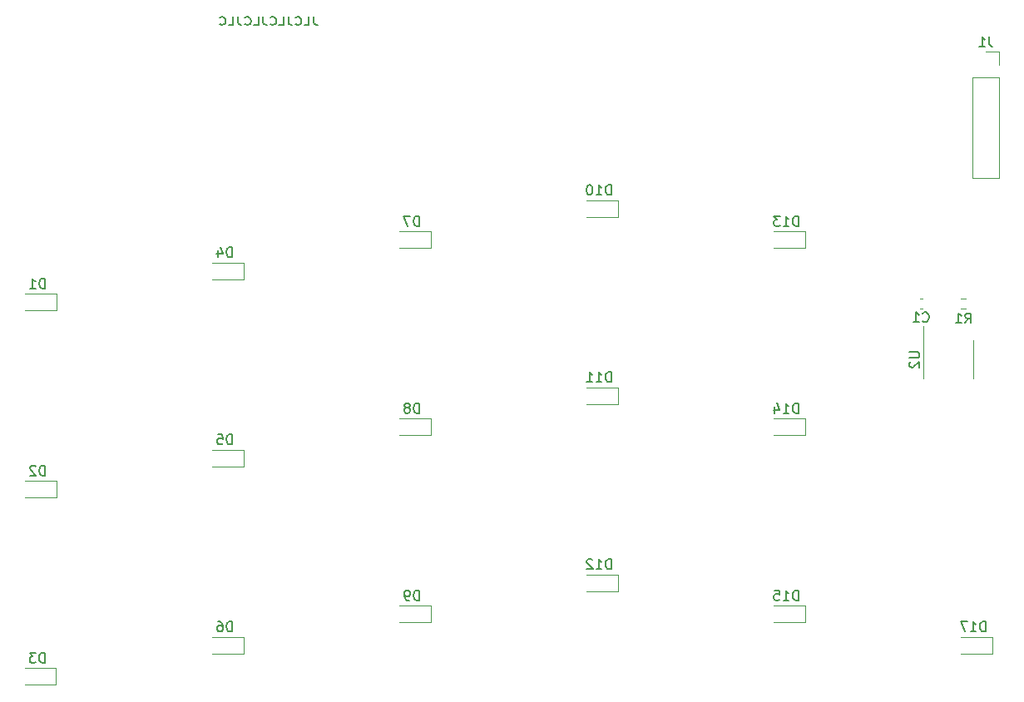
<source format=gbr>
%TF.GenerationSoftware,KiCad,Pcbnew,(5.1.9)-1*%
%TF.CreationDate,2021-08-25T16:33:50-05:00*%
%TF.ProjectId,TartarSauce,54617274-6172-4536-9175-63652e6b6963,rev?*%
%TF.SameCoordinates,Original*%
%TF.FileFunction,Legend,Bot*%
%TF.FilePolarity,Positive*%
%FSLAX46Y46*%
G04 Gerber Fmt 4.6, Leading zero omitted, Abs format (unit mm)*
G04 Created by KiCad (PCBNEW (5.1.9)-1) date 2021-08-25 16:33:50*
%MOMM*%
%LPD*%
G01*
G04 APERTURE LIST*
%ADD10C,0.150000*%
%ADD11C,0.120000*%
G04 APERTURE END LIST*
D10*
X70659047Y-36391904D02*
X70659047Y-36963333D01*
X70706666Y-37077619D01*
X70801904Y-37153809D01*
X70944761Y-37191904D01*
X71040000Y-37191904D01*
X69706666Y-37191904D02*
X70182857Y-37191904D01*
X70182857Y-36391904D01*
X68801904Y-37115714D02*
X68849523Y-37153809D01*
X68992380Y-37191904D01*
X69087619Y-37191904D01*
X69230476Y-37153809D01*
X69325714Y-37077619D01*
X69373333Y-37001428D01*
X69420952Y-36849047D01*
X69420952Y-36734761D01*
X69373333Y-36582380D01*
X69325714Y-36506190D01*
X69230476Y-36430000D01*
X69087619Y-36391904D01*
X68992380Y-36391904D01*
X68849523Y-36430000D01*
X68801904Y-36468095D01*
X68087619Y-36391904D02*
X68087619Y-36963333D01*
X68135238Y-37077619D01*
X68230476Y-37153809D01*
X68373333Y-37191904D01*
X68468571Y-37191904D01*
X67135238Y-37191904D02*
X67611428Y-37191904D01*
X67611428Y-36391904D01*
X66230476Y-37115714D02*
X66278095Y-37153809D01*
X66420952Y-37191904D01*
X66516190Y-37191904D01*
X66659047Y-37153809D01*
X66754285Y-37077619D01*
X66801904Y-37001428D01*
X66849523Y-36849047D01*
X66849523Y-36734761D01*
X66801904Y-36582380D01*
X66754285Y-36506190D01*
X66659047Y-36430000D01*
X66516190Y-36391904D01*
X66420952Y-36391904D01*
X66278095Y-36430000D01*
X66230476Y-36468095D01*
X65516190Y-36391904D02*
X65516190Y-36963333D01*
X65563809Y-37077619D01*
X65659047Y-37153809D01*
X65801904Y-37191904D01*
X65897142Y-37191904D01*
X64563809Y-37191904D02*
X65040000Y-37191904D01*
X65040000Y-36391904D01*
X63659047Y-37115714D02*
X63706666Y-37153809D01*
X63849523Y-37191904D01*
X63944761Y-37191904D01*
X64087619Y-37153809D01*
X64182857Y-37077619D01*
X64230476Y-37001428D01*
X64278095Y-36849047D01*
X64278095Y-36734761D01*
X64230476Y-36582380D01*
X64182857Y-36506190D01*
X64087619Y-36430000D01*
X63944761Y-36391904D01*
X63849523Y-36391904D01*
X63706666Y-36430000D01*
X63659047Y-36468095D01*
X62944761Y-36391904D02*
X62944761Y-36963333D01*
X62992380Y-37077619D01*
X63087619Y-37153809D01*
X63230476Y-37191904D01*
X63325714Y-37191904D01*
X61992380Y-37191904D02*
X62468571Y-37191904D01*
X62468571Y-36391904D01*
X61087619Y-37115714D02*
X61135238Y-37153809D01*
X61278095Y-37191904D01*
X61373333Y-37191904D01*
X61516190Y-37153809D01*
X61611428Y-37077619D01*
X61659047Y-37001428D01*
X61706666Y-36849047D01*
X61706666Y-36734761D01*
X61659047Y-36582380D01*
X61611428Y-36506190D01*
X61516190Y-36430000D01*
X61373333Y-36391904D01*
X61278095Y-36391904D01*
X61135238Y-36430000D01*
X61087619Y-36468095D01*
D11*
%TO.C,J1*%
X140395000Y-39945000D02*
X139065000Y-39945000D01*
X140395000Y-41275000D02*
X140395000Y-39945000D01*
X140395000Y-42545000D02*
X137735000Y-42545000D01*
X137735000Y-42545000D02*
X137735000Y-52765000D01*
X140395000Y-42545000D02*
X140395000Y-52765000D01*
X140395000Y-52765000D02*
X137735000Y-52765000D01*
%TO.C,D17*%
X139715000Y-99480000D02*
X136565000Y-99480000D01*
X139715000Y-101180000D02*
X136565000Y-101180000D01*
X139715000Y-99480000D02*
X139715000Y-101180000D01*
%TO.C,D15*%
X120665000Y-96305000D02*
X117515000Y-96305000D01*
X120665000Y-98005000D02*
X117515000Y-98005000D01*
X120665000Y-96305000D02*
X120665000Y-98005000D01*
%TO.C,D14*%
X120665000Y-77255000D02*
X117515000Y-77255000D01*
X120665000Y-78955000D02*
X117515000Y-78955000D01*
X120665000Y-77255000D02*
X120665000Y-78955000D01*
%TO.C,D13*%
X120665000Y-58205000D02*
X117515000Y-58205000D01*
X120665000Y-59905000D02*
X117515000Y-59905000D01*
X120665000Y-58205000D02*
X120665000Y-59905000D01*
%TO.C,D12*%
X101615000Y-93130000D02*
X98465000Y-93130000D01*
X101615000Y-94830000D02*
X98465000Y-94830000D01*
X101615000Y-93130000D02*
X101615000Y-94830000D01*
%TO.C,D11*%
X101615000Y-74080000D02*
X98465000Y-74080000D01*
X101615000Y-75780000D02*
X98465000Y-75780000D01*
X101615000Y-74080000D02*
X101615000Y-75780000D01*
%TO.C,D10*%
X101615000Y-55030000D02*
X98465000Y-55030000D01*
X101615000Y-56730000D02*
X98465000Y-56730000D01*
X101615000Y-55030000D02*
X101615000Y-56730000D01*
%TO.C,D9*%
X82565000Y-96305000D02*
X79415000Y-96305000D01*
X82565000Y-98005000D02*
X79415000Y-98005000D01*
X82565000Y-96305000D02*
X82565000Y-98005000D01*
%TO.C,D8*%
X82565000Y-77255000D02*
X79415000Y-77255000D01*
X82565000Y-78955000D02*
X79415000Y-78955000D01*
X82565000Y-77255000D02*
X82565000Y-78955000D01*
%TO.C,D7*%
X82565000Y-58205000D02*
X79415000Y-58205000D01*
X82565000Y-59905000D02*
X79415000Y-59905000D01*
X82565000Y-58205000D02*
X82565000Y-59905000D01*
%TO.C,D6*%
X63515000Y-99480000D02*
X60365000Y-99480000D01*
X63515000Y-101180000D02*
X60365000Y-101180000D01*
X63515000Y-99480000D02*
X63515000Y-101180000D01*
%TO.C,D5*%
X63515000Y-80430000D02*
X60365000Y-80430000D01*
X63515000Y-82130000D02*
X60365000Y-82130000D01*
X63515000Y-80430000D02*
X63515000Y-82130000D01*
%TO.C,D4*%
X63515000Y-61380000D02*
X60365000Y-61380000D01*
X63515000Y-63080000D02*
X60365000Y-63080000D01*
X63515000Y-61380000D02*
X63515000Y-63080000D01*
%TO.C,D3*%
X44425000Y-102655000D02*
X41275000Y-102655000D01*
X44425000Y-104355000D02*
X41275000Y-104355000D01*
X44425000Y-102655000D02*
X44425000Y-104355000D01*
%TO.C,D2*%
X44465000Y-83605000D02*
X41315000Y-83605000D01*
X44465000Y-85305000D02*
X41315000Y-85305000D01*
X44465000Y-83605000D02*
X44465000Y-85305000D01*
%TO.C,D1*%
X44465000Y-64555000D02*
X41315000Y-64555000D01*
X44465000Y-66255000D02*
X41315000Y-66255000D01*
X44465000Y-64555000D02*
X44465000Y-66255000D01*
%TO.C,U2*%
X132695000Y-71275027D02*
X132695000Y-67825027D01*
X132695000Y-71275027D02*
X132695000Y-73225027D01*
X137815000Y-71275027D02*
X137815000Y-69325027D01*
X137815000Y-71275027D02*
X137815000Y-73225027D01*
%TO.C,R1*%
X137057224Y-66086403D02*
X136547776Y-66086403D01*
X137057224Y-65041403D02*
X136547776Y-65041403D01*
%TO.C,C1*%
X132341233Y-65053903D02*
X132633767Y-65053903D01*
X132341233Y-66073903D02*
X132633767Y-66073903D01*
%TO.C,J1*%
D10*
X139398333Y-38397380D02*
X139398333Y-39111666D01*
X139445952Y-39254523D01*
X139541190Y-39349761D01*
X139684047Y-39397380D01*
X139779285Y-39397380D01*
X138398333Y-39397380D02*
X138969761Y-39397380D01*
X138684047Y-39397380D02*
X138684047Y-38397380D01*
X138779285Y-38540238D01*
X138874523Y-38635476D01*
X138969761Y-38683095D01*
%TO.C,D17*%
X139029285Y-98932380D02*
X139029285Y-97932380D01*
X138791190Y-97932380D01*
X138648333Y-97980000D01*
X138553095Y-98075238D01*
X138505476Y-98170476D01*
X138457857Y-98360952D01*
X138457857Y-98503809D01*
X138505476Y-98694285D01*
X138553095Y-98789523D01*
X138648333Y-98884761D01*
X138791190Y-98932380D01*
X139029285Y-98932380D01*
X137505476Y-98932380D02*
X138076904Y-98932380D01*
X137791190Y-98932380D02*
X137791190Y-97932380D01*
X137886428Y-98075238D01*
X137981666Y-98170476D01*
X138076904Y-98218095D01*
X137172142Y-97932380D02*
X136505476Y-97932380D01*
X136934047Y-98932380D01*
%TO.C,D15*%
X119979285Y-95757380D02*
X119979285Y-94757380D01*
X119741190Y-94757380D01*
X119598333Y-94805000D01*
X119503095Y-94900238D01*
X119455476Y-94995476D01*
X119407857Y-95185952D01*
X119407857Y-95328809D01*
X119455476Y-95519285D01*
X119503095Y-95614523D01*
X119598333Y-95709761D01*
X119741190Y-95757380D01*
X119979285Y-95757380D01*
X118455476Y-95757380D02*
X119026904Y-95757380D01*
X118741190Y-95757380D02*
X118741190Y-94757380D01*
X118836428Y-94900238D01*
X118931666Y-94995476D01*
X119026904Y-95043095D01*
X117550714Y-94757380D02*
X118026904Y-94757380D01*
X118074523Y-95233571D01*
X118026904Y-95185952D01*
X117931666Y-95138333D01*
X117693571Y-95138333D01*
X117598333Y-95185952D01*
X117550714Y-95233571D01*
X117503095Y-95328809D01*
X117503095Y-95566904D01*
X117550714Y-95662142D01*
X117598333Y-95709761D01*
X117693571Y-95757380D01*
X117931666Y-95757380D01*
X118026904Y-95709761D01*
X118074523Y-95662142D01*
%TO.C,D14*%
X119979285Y-76707380D02*
X119979285Y-75707380D01*
X119741190Y-75707380D01*
X119598333Y-75755000D01*
X119503095Y-75850238D01*
X119455476Y-75945476D01*
X119407857Y-76135952D01*
X119407857Y-76278809D01*
X119455476Y-76469285D01*
X119503095Y-76564523D01*
X119598333Y-76659761D01*
X119741190Y-76707380D01*
X119979285Y-76707380D01*
X118455476Y-76707380D02*
X119026904Y-76707380D01*
X118741190Y-76707380D02*
X118741190Y-75707380D01*
X118836428Y-75850238D01*
X118931666Y-75945476D01*
X119026904Y-75993095D01*
X117598333Y-76040714D02*
X117598333Y-76707380D01*
X117836428Y-75659761D02*
X118074523Y-76374047D01*
X117455476Y-76374047D01*
%TO.C,D13*%
X119979285Y-57657380D02*
X119979285Y-56657380D01*
X119741190Y-56657380D01*
X119598333Y-56705000D01*
X119503095Y-56800238D01*
X119455476Y-56895476D01*
X119407857Y-57085952D01*
X119407857Y-57228809D01*
X119455476Y-57419285D01*
X119503095Y-57514523D01*
X119598333Y-57609761D01*
X119741190Y-57657380D01*
X119979285Y-57657380D01*
X118455476Y-57657380D02*
X119026904Y-57657380D01*
X118741190Y-57657380D02*
X118741190Y-56657380D01*
X118836428Y-56800238D01*
X118931666Y-56895476D01*
X119026904Y-56943095D01*
X118122142Y-56657380D02*
X117503095Y-56657380D01*
X117836428Y-57038333D01*
X117693571Y-57038333D01*
X117598333Y-57085952D01*
X117550714Y-57133571D01*
X117503095Y-57228809D01*
X117503095Y-57466904D01*
X117550714Y-57562142D01*
X117598333Y-57609761D01*
X117693571Y-57657380D01*
X117979285Y-57657380D01*
X118074523Y-57609761D01*
X118122142Y-57562142D01*
%TO.C,D12*%
X100929285Y-92582380D02*
X100929285Y-91582380D01*
X100691190Y-91582380D01*
X100548333Y-91630000D01*
X100453095Y-91725238D01*
X100405476Y-91820476D01*
X100357857Y-92010952D01*
X100357857Y-92153809D01*
X100405476Y-92344285D01*
X100453095Y-92439523D01*
X100548333Y-92534761D01*
X100691190Y-92582380D01*
X100929285Y-92582380D01*
X99405476Y-92582380D02*
X99976904Y-92582380D01*
X99691190Y-92582380D02*
X99691190Y-91582380D01*
X99786428Y-91725238D01*
X99881666Y-91820476D01*
X99976904Y-91868095D01*
X99024523Y-91677619D02*
X98976904Y-91630000D01*
X98881666Y-91582380D01*
X98643571Y-91582380D01*
X98548333Y-91630000D01*
X98500714Y-91677619D01*
X98453095Y-91772857D01*
X98453095Y-91868095D01*
X98500714Y-92010952D01*
X99072142Y-92582380D01*
X98453095Y-92582380D01*
%TO.C,D11*%
X100929285Y-73532380D02*
X100929285Y-72532380D01*
X100691190Y-72532380D01*
X100548333Y-72580000D01*
X100453095Y-72675238D01*
X100405476Y-72770476D01*
X100357857Y-72960952D01*
X100357857Y-73103809D01*
X100405476Y-73294285D01*
X100453095Y-73389523D01*
X100548333Y-73484761D01*
X100691190Y-73532380D01*
X100929285Y-73532380D01*
X99405476Y-73532380D02*
X99976904Y-73532380D01*
X99691190Y-73532380D02*
X99691190Y-72532380D01*
X99786428Y-72675238D01*
X99881666Y-72770476D01*
X99976904Y-72818095D01*
X98453095Y-73532380D02*
X99024523Y-73532380D01*
X98738809Y-73532380D02*
X98738809Y-72532380D01*
X98834047Y-72675238D01*
X98929285Y-72770476D01*
X99024523Y-72818095D01*
%TO.C,D10*%
X100929285Y-54482380D02*
X100929285Y-53482380D01*
X100691190Y-53482380D01*
X100548333Y-53530000D01*
X100453095Y-53625238D01*
X100405476Y-53720476D01*
X100357857Y-53910952D01*
X100357857Y-54053809D01*
X100405476Y-54244285D01*
X100453095Y-54339523D01*
X100548333Y-54434761D01*
X100691190Y-54482380D01*
X100929285Y-54482380D01*
X99405476Y-54482380D02*
X99976904Y-54482380D01*
X99691190Y-54482380D02*
X99691190Y-53482380D01*
X99786428Y-53625238D01*
X99881666Y-53720476D01*
X99976904Y-53768095D01*
X98786428Y-53482380D02*
X98691190Y-53482380D01*
X98595952Y-53530000D01*
X98548333Y-53577619D01*
X98500714Y-53672857D01*
X98453095Y-53863333D01*
X98453095Y-54101428D01*
X98500714Y-54291904D01*
X98548333Y-54387142D01*
X98595952Y-54434761D01*
X98691190Y-54482380D01*
X98786428Y-54482380D01*
X98881666Y-54434761D01*
X98929285Y-54387142D01*
X98976904Y-54291904D01*
X99024523Y-54101428D01*
X99024523Y-53863333D01*
X98976904Y-53672857D01*
X98929285Y-53577619D01*
X98881666Y-53530000D01*
X98786428Y-53482380D01*
%TO.C,D9*%
X81403095Y-95757380D02*
X81403095Y-94757380D01*
X81165000Y-94757380D01*
X81022142Y-94805000D01*
X80926904Y-94900238D01*
X80879285Y-94995476D01*
X80831666Y-95185952D01*
X80831666Y-95328809D01*
X80879285Y-95519285D01*
X80926904Y-95614523D01*
X81022142Y-95709761D01*
X81165000Y-95757380D01*
X81403095Y-95757380D01*
X80355476Y-95757380D02*
X80165000Y-95757380D01*
X80069761Y-95709761D01*
X80022142Y-95662142D01*
X79926904Y-95519285D01*
X79879285Y-95328809D01*
X79879285Y-94947857D01*
X79926904Y-94852619D01*
X79974523Y-94805000D01*
X80069761Y-94757380D01*
X80260238Y-94757380D01*
X80355476Y-94805000D01*
X80403095Y-94852619D01*
X80450714Y-94947857D01*
X80450714Y-95185952D01*
X80403095Y-95281190D01*
X80355476Y-95328809D01*
X80260238Y-95376428D01*
X80069761Y-95376428D01*
X79974523Y-95328809D01*
X79926904Y-95281190D01*
X79879285Y-95185952D01*
%TO.C,D8*%
X81403095Y-76707380D02*
X81403095Y-75707380D01*
X81165000Y-75707380D01*
X81022142Y-75755000D01*
X80926904Y-75850238D01*
X80879285Y-75945476D01*
X80831666Y-76135952D01*
X80831666Y-76278809D01*
X80879285Y-76469285D01*
X80926904Y-76564523D01*
X81022142Y-76659761D01*
X81165000Y-76707380D01*
X81403095Y-76707380D01*
X80260238Y-76135952D02*
X80355476Y-76088333D01*
X80403095Y-76040714D01*
X80450714Y-75945476D01*
X80450714Y-75897857D01*
X80403095Y-75802619D01*
X80355476Y-75755000D01*
X80260238Y-75707380D01*
X80069761Y-75707380D01*
X79974523Y-75755000D01*
X79926904Y-75802619D01*
X79879285Y-75897857D01*
X79879285Y-75945476D01*
X79926904Y-76040714D01*
X79974523Y-76088333D01*
X80069761Y-76135952D01*
X80260238Y-76135952D01*
X80355476Y-76183571D01*
X80403095Y-76231190D01*
X80450714Y-76326428D01*
X80450714Y-76516904D01*
X80403095Y-76612142D01*
X80355476Y-76659761D01*
X80260238Y-76707380D01*
X80069761Y-76707380D01*
X79974523Y-76659761D01*
X79926904Y-76612142D01*
X79879285Y-76516904D01*
X79879285Y-76326428D01*
X79926904Y-76231190D01*
X79974523Y-76183571D01*
X80069761Y-76135952D01*
%TO.C,D7*%
X81403095Y-57657380D02*
X81403095Y-56657380D01*
X81165000Y-56657380D01*
X81022142Y-56705000D01*
X80926904Y-56800238D01*
X80879285Y-56895476D01*
X80831666Y-57085952D01*
X80831666Y-57228809D01*
X80879285Y-57419285D01*
X80926904Y-57514523D01*
X81022142Y-57609761D01*
X81165000Y-57657380D01*
X81403095Y-57657380D01*
X80498333Y-56657380D02*
X79831666Y-56657380D01*
X80260238Y-57657380D01*
%TO.C,D6*%
X62353095Y-98932380D02*
X62353095Y-97932380D01*
X62115000Y-97932380D01*
X61972142Y-97980000D01*
X61876904Y-98075238D01*
X61829285Y-98170476D01*
X61781666Y-98360952D01*
X61781666Y-98503809D01*
X61829285Y-98694285D01*
X61876904Y-98789523D01*
X61972142Y-98884761D01*
X62115000Y-98932380D01*
X62353095Y-98932380D01*
X60924523Y-97932380D02*
X61115000Y-97932380D01*
X61210238Y-97980000D01*
X61257857Y-98027619D01*
X61353095Y-98170476D01*
X61400714Y-98360952D01*
X61400714Y-98741904D01*
X61353095Y-98837142D01*
X61305476Y-98884761D01*
X61210238Y-98932380D01*
X61019761Y-98932380D01*
X60924523Y-98884761D01*
X60876904Y-98837142D01*
X60829285Y-98741904D01*
X60829285Y-98503809D01*
X60876904Y-98408571D01*
X60924523Y-98360952D01*
X61019761Y-98313333D01*
X61210238Y-98313333D01*
X61305476Y-98360952D01*
X61353095Y-98408571D01*
X61400714Y-98503809D01*
%TO.C,D5*%
X62353095Y-79882380D02*
X62353095Y-78882380D01*
X62115000Y-78882380D01*
X61972142Y-78930000D01*
X61876904Y-79025238D01*
X61829285Y-79120476D01*
X61781666Y-79310952D01*
X61781666Y-79453809D01*
X61829285Y-79644285D01*
X61876904Y-79739523D01*
X61972142Y-79834761D01*
X62115000Y-79882380D01*
X62353095Y-79882380D01*
X60876904Y-78882380D02*
X61353095Y-78882380D01*
X61400714Y-79358571D01*
X61353095Y-79310952D01*
X61257857Y-79263333D01*
X61019761Y-79263333D01*
X60924523Y-79310952D01*
X60876904Y-79358571D01*
X60829285Y-79453809D01*
X60829285Y-79691904D01*
X60876904Y-79787142D01*
X60924523Y-79834761D01*
X61019761Y-79882380D01*
X61257857Y-79882380D01*
X61353095Y-79834761D01*
X61400714Y-79787142D01*
%TO.C,D4*%
X62353095Y-60832380D02*
X62353095Y-59832380D01*
X62115000Y-59832380D01*
X61972142Y-59880000D01*
X61876904Y-59975238D01*
X61829285Y-60070476D01*
X61781666Y-60260952D01*
X61781666Y-60403809D01*
X61829285Y-60594285D01*
X61876904Y-60689523D01*
X61972142Y-60784761D01*
X62115000Y-60832380D01*
X62353095Y-60832380D01*
X60924523Y-60165714D02*
X60924523Y-60832380D01*
X61162619Y-59784761D02*
X61400714Y-60499047D01*
X60781666Y-60499047D01*
%TO.C,D3*%
X43263095Y-102107380D02*
X43263095Y-101107380D01*
X43025000Y-101107380D01*
X42882142Y-101155000D01*
X42786904Y-101250238D01*
X42739285Y-101345476D01*
X42691666Y-101535952D01*
X42691666Y-101678809D01*
X42739285Y-101869285D01*
X42786904Y-101964523D01*
X42882142Y-102059761D01*
X43025000Y-102107380D01*
X43263095Y-102107380D01*
X42358333Y-101107380D02*
X41739285Y-101107380D01*
X42072619Y-101488333D01*
X41929761Y-101488333D01*
X41834523Y-101535952D01*
X41786904Y-101583571D01*
X41739285Y-101678809D01*
X41739285Y-101916904D01*
X41786904Y-102012142D01*
X41834523Y-102059761D01*
X41929761Y-102107380D01*
X42215476Y-102107380D01*
X42310714Y-102059761D01*
X42358333Y-102012142D01*
%TO.C,D2*%
X43303095Y-83057380D02*
X43303095Y-82057380D01*
X43065000Y-82057380D01*
X42922142Y-82105000D01*
X42826904Y-82200238D01*
X42779285Y-82295476D01*
X42731666Y-82485952D01*
X42731666Y-82628809D01*
X42779285Y-82819285D01*
X42826904Y-82914523D01*
X42922142Y-83009761D01*
X43065000Y-83057380D01*
X43303095Y-83057380D01*
X42350714Y-82152619D02*
X42303095Y-82105000D01*
X42207857Y-82057380D01*
X41969761Y-82057380D01*
X41874523Y-82105000D01*
X41826904Y-82152619D01*
X41779285Y-82247857D01*
X41779285Y-82343095D01*
X41826904Y-82485952D01*
X42398333Y-83057380D01*
X41779285Y-83057380D01*
%TO.C,D1*%
X43303095Y-64007380D02*
X43303095Y-63007380D01*
X43065000Y-63007380D01*
X42922142Y-63055000D01*
X42826904Y-63150238D01*
X42779285Y-63245476D01*
X42731666Y-63435952D01*
X42731666Y-63578809D01*
X42779285Y-63769285D01*
X42826904Y-63864523D01*
X42922142Y-63959761D01*
X43065000Y-64007380D01*
X43303095Y-64007380D01*
X41779285Y-64007380D02*
X42350714Y-64007380D01*
X42065000Y-64007380D02*
X42065000Y-63007380D01*
X42160238Y-63150238D01*
X42255476Y-63245476D01*
X42350714Y-63293095D01*
%TO.C,U2*%
X131307380Y-70513122D02*
X132116904Y-70513122D01*
X132212142Y-70560741D01*
X132259761Y-70608360D01*
X132307380Y-70703598D01*
X132307380Y-70894074D01*
X132259761Y-70989312D01*
X132212142Y-71036931D01*
X132116904Y-71084550D01*
X131307380Y-71084550D01*
X131402619Y-71513122D02*
X131355000Y-71560741D01*
X131307380Y-71655979D01*
X131307380Y-71894074D01*
X131355000Y-71989312D01*
X131402619Y-72036931D01*
X131497857Y-72084550D01*
X131593095Y-72084550D01*
X131735952Y-72036931D01*
X132307380Y-71465503D01*
X132307380Y-72084550D01*
%TO.C,R1*%
X136969166Y-67540283D02*
X137302500Y-67064093D01*
X137540595Y-67540283D02*
X137540595Y-66540283D01*
X137159642Y-66540283D01*
X137064404Y-66587903D01*
X137016785Y-66635522D01*
X136969166Y-66730760D01*
X136969166Y-66873617D01*
X137016785Y-66968855D01*
X137064404Y-67016474D01*
X137159642Y-67064093D01*
X137540595Y-67064093D01*
X136016785Y-67540283D02*
X136588214Y-67540283D01*
X136302500Y-67540283D02*
X136302500Y-66540283D01*
X136397738Y-66683141D01*
X136492976Y-66778379D01*
X136588214Y-66825998D01*
%TO.C,C1*%
X132654166Y-67351045D02*
X132701785Y-67398664D01*
X132844642Y-67446283D01*
X132939880Y-67446283D01*
X133082738Y-67398664D01*
X133177976Y-67303426D01*
X133225595Y-67208188D01*
X133273214Y-67017712D01*
X133273214Y-66874855D01*
X133225595Y-66684379D01*
X133177976Y-66589141D01*
X133082738Y-66493903D01*
X132939880Y-66446283D01*
X132844642Y-66446283D01*
X132701785Y-66493903D01*
X132654166Y-66541522D01*
X131701785Y-67446283D02*
X132273214Y-67446283D01*
X131987500Y-67446283D02*
X131987500Y-66446283D01*
X132082738Y-66589141D01*
X132177976Y-66684379D01*
X132273214Y-66731998D01*
%TD*%
M02*

</source>
